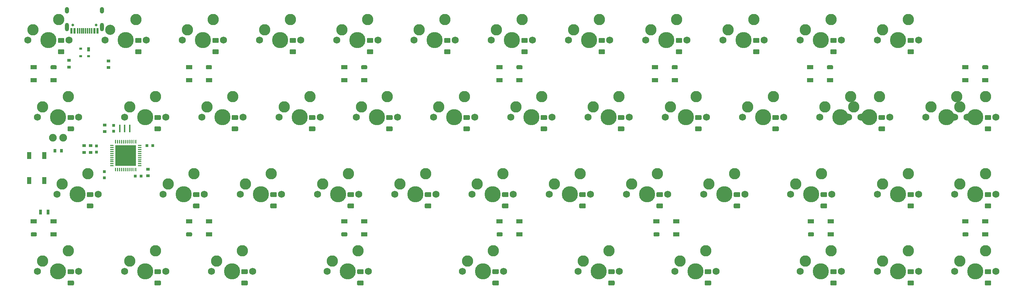
<source format=gbr>
%TF.GenerationSoftware,KiCad,Pcbnew,(5.1.11)-1*%
%TF.CreationDate,2022-08-16T19:25:20+07:00*%
%TF.ProjectId,Konpeko60,4b6f6e70-656b-46f3-9630-2e6b69636164,rev?*%
%TF.SameCoordinates,Original*%
%TF.FileFunction,Soldermask,Bot*%
%TF.FilePolarity,Negative*%
%FSLAX46Y46*%
G04 Gerber Fmt 4.6, Leading zero omitted, Abs format (unit mm)*
G04 Created by KiCad (PCBNEW (5.1.11)-1) date 2022-08-16 19:25:20*
%MOMM*%
%LPD*%
G01*
G04 APERTURE LIST*
%ADD10C,1.905000*%
%ADD11R,0.800000X0.950000*%
%ADD12C,2.800000*%
%ADD13C,1.750000*%
%ADD14C,3.987800*%
%ADD15R,0.700000X1.000000*%
%ADD16R,0.700000X0.600000*%
%ADD17R,0.600000X1.450000*%
%ADD18R,0.300000X1.450000*%
%ADD19C,0.650000*%
%ADD20O,1.000000X2.100000*%
%ADD21O,1.000000X1.600000*%
%ADD22R,0.950000X0.800000*%
%ADD23R,0.700000X1.300000*%
%ADD24R,1.100000X1.800000*%
%ADD25R,1.500000X1.000000*%
%ADD26C,2.500000*%
%ADD27R,0.400000X1.900000*%
%ADD28R,5.150000X5.150000*%
%ADD29R,0.800000X0.750000*%
%ADD30R,0.750000X0.800000*%
G04 APERTURE END LIST*
D10*
%TO.C,D16*%
X53657500Y-70564375D03*
X51117500Y-70564375D03*
%TD*%
D11*
%TO.C,R8*%
X53212500Y-73818750D03*
X51562500Y-73818750D03*
%TD*%
D12*
%TO.C,MX32*%
X254952500Y-60404375D03*
D13*
X257492500Y-65484375D03*
D12*
X248602500Y-62944375D03*
D14*
X252412500Y-65484375D03*
D13*
X247332500Y-65484375D03*
%TD*%
D15*
%TO.C,U2*%
X59896250Y-48730750D03*
D16*
X57896250Y-48530750D03*
X59896250Y-50430750D03*
X57896250Y-50430750D03*
%TD*%
D17*
%TO.C,USB1*%
X62121250Y-44175750D03*
X55671250Y-44175750D03*
X61346250Y-44175750D03*
X56446250Y-44175750D03*
D18*
X57146250Y-44175750D03*
X60646250Y-44175750D03*
X57646250Y-44175750D03*
X60146250Y-44175750D03*
X58146250Y-44175750D03*
X59646250Y-44175750D03*
X59146250Y-44175750D03*
X58646250Y-44175750D03*
D19*
X61786250Y-42730750D03*
X56006250Y-42730750D03*
D20*
X54576250Y-43260750D03*
X63216250Y-43260750D03*
D21*
X54576250Y-39080750D03*
X63216250Y-39080750D03*
%TD*%
D22*
%TO.C,R7*%
X64754125Y-51594250D03*
X64754125Y-53244250D03*
%TD*%
%TO.C,R6*%
X55038625Y-51467250D03*
X55038625Y-53117250D03*
%TD*%
D23*
%TO.C,R5*%
X49892625Y-88931750D03*
X47992625Y-88931750D03*
%TD*%
D22*
%TO.C,R2*%
X60350000Y-72575000D03*
X60350000Y-74225000D03*
%TD*%
%TO.C,R3*%
X58750000Y-74225000D03*
X58750000Y-72575000D03*
%TD*%
D24*
%TO.C,SW1*%
X45265625Y-74968750D03*
X48965625Y-81168750D03*
X48965625Y-74968750D03*
X45265625Y-81168750D03*
%TD*%
%TO.C,RGB17*%
G36*
G01*
X238806250Y-94218750D02*
X238806250Y-94718750D01*
G75*
G02*
X238556250Y-94968750I-250000J0D01*
G01*
X237556250Y-94968750D01*
G75*
G02*
X237306250Y-94718750I0J250000D01*
G01*
X237306250Y-94218750D01*
G75*
G02*
X237556250Y-93968750I250000J0D01*
G01*
X238556250Y-93968750D01*
G75*
G02*
X238806250Y-94218750I0J-250000D01*
G01*
G37*
D25*
X238056250Y-91268750D03*
X242956250Y-94468750D03*
X242956250Y-91268750D03*
%TD*%
%TO.C,RGB16*%
G36*
G01*
X276906250Y-94218750D02*
X276906250Y-94718750D01*
G75*
G02*
X276656250Y-94968750I-250000J0D01*
G01*
X275656250Y-94968750D01*
G75*
G02*
X275406250Y-94718750I0J250000D01*
G01*
X275406250Y-94218750D01*
G75*
G02*
X275656250Y-93968750I250000J0D01*
G01*
X276656250Y-93968750D01*
G75*
G02*
X276906250Y-94218750I0J-250000D01*
G01*
G37*
X276156250Y-91268750D03*
X281056250Y-94468750D03*
X281056250Y-91268750D03*
%TD*%
%TO.C,RGB15*%
G36*
G01*
X200706250Y-94218750D02*
X200706250Y-94718750D01*
G75*
G02*
X200456250Y-94968750I-250000J0D01*
G01*
X199456250Y-94968750D01*
G75*
G02*
X199206250Y-94718750I0J250000D01*
G01*
X199206250Y-94218750D01*
G75*
G02*
X199456250Y-93968750I250000J0D01*
G01*
X200456250Y-93968750D01*
G75*
G02*
X200706250Y-94218750I0J-250000D01*
G01*
G37*
X199956250Y-91268750D03*
X204856250Y-94468750D03*
X204856250Y-91268750D03*
%TD*%
%TO.C,RGB13*%
X166160625Y-91268750D03*
X166160625Y-94468750D03*
X161260625Y-91268750D03*
G36*
G01*
X162010625Y-94218750D02*
X162010625Y-94718750D01*
G75*
G02*
X161760625Y-94968750I-250000J0D01*
G01*
X160760625Y-94968750D01*
G75*
G02*
X160510625Y-94718750I0J250000D01*
G01*
X160510625Y-94218750D01*
G75*
G02*
X160760625Y-93968750I250000J0D01*
G01*
X161760625Y-93968750D01*
G75*
G02*
X162010625Y-94218750I0J-250000D01*
G01*
G37*
%TD*%
%TO.C,RGB12*%
G36*
G01*
X280305625Y-53418750D02*
X280305625Y-52918750D01*
G75*
G02*
X280555625Y-52668750I250000J0D01*
G01*
X281555625Y-52668750D01*
G75*
G02*
X281805625Y-52918750I0J-250000D01*
G01*
X281805625Y-53418750D01*
G75*
G02*
X281555625Y-53668750I-250000J0D01*
G01*
X280555625Y-53668750D01*
G75*
G02*
X280305625Y-53418750I0J250000D01*
G01*
G37*
X281055625Y-56368750D03*
X276155625Y-53168750D03*
X276155625Y-56368750D03*
%TD*%
%TO.C,RGB11*%
G36*
G01*
X123712292Y-94218750D02*
X123712292Y-94718750D01*
G75*
G02*
X123462292Y-94968750I-250000J0D01*
G01*
X122462292Y-94968750D01*
G75*
G02*
X122212292Y-94718750I0J250000D01*
G01*
X122212292Y-94218750D01*
G75*
G02*
X122462292Y-93968750I250000J0D01*
G01*
X123462292Y-93968750D01*
G75*
G02*
X123712292Y-94218750I0J-250000D01*
G01*
G37*
X122962292Y-91268750D03*
X127862292Y-94468750D03*
X127862292Y-91268750D03*
%TD*%
%TO.C,RGB10*%
G36*
G01*
X242007292Y-53418750D02*
X242007292Y-52918750D01*
G75*
G02*
X242257292Y-52668750I250000J0D01*
G01*
X243257292Y-52668750D01*
G75*
G02*
X243507292Y-52918750I0J-250000D01*
G01*
X243507292Y-53418750D01*
G75*
G02*
X243257292Y-53668750I-250000J0D01*
G01*
X242257292Y-53668750D01*
G75*
G02*
X242007292Y-53418750I0J250000D01*
G01*
G37*
X242757292Y-56368750D03*
X237857292Y-53168750D03*
X237857292Y-56368750D03*
%TD*%
%TO.C,RGB9*%
G36*
G01*
X85413958Y-94218750D02*
X85413958Y-94718750D01*
G75*
G02*
X85163958Y-94968750I-250000J0D01*
G01*
X84163958Y-94968750D01*
G75*
G02*
X83913958Y-94718750I0J250000D01*
G01*
X83913958Y-94218750D01*
G75*
G02*
X84163958Y-93968750I250000J0D01*
G01*
X85163958Y-93968750D01*
G75*
G02*
X85413958Y-94218750I0J-250000D01*
G01*
G37*
X84663958Y-91268750D03*
X89563958Y-94468750D03*
X89563958Y-91268750D03*
%TD*%
%TO.C,RGB8*%
G36*
G01*
X203708958Y-53418750D02*
X203708958Y-52918750D01*
G75*
G02*
X203958958Y-52668750I250000J0D01*
G01*
X204958958Y-52668750D01*
G75*
G02*
X205208958Y-52918750I0J-250000D01*
G01*
X205208958Y-53418750D01*
G75*
G02*
X204958958Y-53668750I-250000J0D01*
G01*
X203958958Y-53668750D01*
G75*
G02*
X203708958Y-53418750I0J250000D01*
G01*
G37*
X204458958Y-56368750D03*
X199558958Y-53168750D03*
X199558958Y-56368750D03*
%TD*%
%TO.C,RGB7*%
G36*
G01*
X47115625Y-94218750D02*
X47115625Y-94718750D01*
G75*
G02*
X46865625Y-94968750I-250000J0D01*
G01*
X45865625Y-94968750D01*
G75*
G02*
X45615625Y-94718750I0J250000D01*
G01*
X45615625Y-94218750D01*
G75*
G02*
X45865625Y-93968750I250000J0D01*
G01*
X46865625Y-93968750D01*
G75*
G02*
X47115625Y-94218750I0J-250000D01*
G01*
G37*
X46365625Y-91268750D03*
X51265625Y-94468750D03*
X51265625Y-91268750D03*
%TD*%
%TO.C,RGB6*%
G36*
G01*
X165410625Y-53418750D02*
X165410625Y-52918750D01*
G75*
G02*
X165660625Y-52668750I250000J0D01*
G01*
X166660625Y-52668750D01*
G75*
G02*
X166910625Y-52918750I0J-250000D01*
G01*
X166910625Y-53418750D01*
G75*
G02*
X166660625Y-53668750I-250000J0D01*
G01*
X165660625Y-53668750D01*
G75*
G02*
X165410625Y-53418750I0J250000D01*
G01*
G37*
X166160625Y-56368750D03*
X161260625Y-53168750D03*
X161260625Y-56368750D03*
%TD*%
%TO.C,RGB4*%
G36*
G01*
X127112292Y-53418750D02*
X127112292Y-52918750D01*
G75*
G02*
X127362292Y-52668750I250000J0D01*
G01*
X128362292Y-52668750D01*
G75*
G02*
X128612292Y-52918750I0J-250000D01*
G01*
X128612292Y-53418750D01*
G75*
G02*
X128362292Y-53668750I-250000J0D01*
G01*
X127362292Y-53668750D01*
G75*
G02*
X127112292Y-53418750I0J250000D01*
G01*
G37*
X127862292Y-56368750D03*
X122962292Y-53168750D03*
X122962292Y-56368750D03*
%TD*%
%TO.C,RGB2*%
G36*
G01*
X88813958Y-53418750D02*
X88813958Y-52918750D01*
G75*
G02*
X89063958Y-52668750I250000J0D01*
G01*
X90063958Y-52668750D01*
G75*
G02*
X90313958Y-52918750I0J-250000D01*
G01*
X90313958Y-53418750D01*
G75*
G02*
X90063958Y-53668750I-250000J0D01*
G01*
X89063958Y-53668750D01*
G75*
G02*
X88813958Y-53418750I0J250000D01*
G01*
G37*
X89563958Y-56368750D03*
X84663958Y-53168750D03*
X84663958Y-56368750D03*
%TD*%
%TO.C,RGB1*%
G36*
G01*
X50515625Y-53418750D02*
X50515625Y-52918750D01*
G75*
G02*
X50765625Y-52668750I250000J0D01*
G01*
X51765625Y-52668750D01*
G75*
G02*
X52015625Y-52918750I0J-250000D01*
G01*
X52015625Y-53418750D01*
G75*
G02*
X51765625Y-53668750I-250000J0D01*
G01*
X50765625Y-53668750D01*
G75*
G02*
X50515625Y-53418750I0J250000D01*
G01*
G37*
X51265625Y-56368750D03*
X46365625Y-53168750D03*
X46365625Y-56368750D03*
%TD*%
D12*
%TO.C,MX36*%
X281146250Y-60404375D03*
D13*
X283686250Y-65484375D03*
D12*
X274796250Y-62944375D03*
D14*
X278606250Y-65484375D03*
D13*
X273526250Y-65484375D03*
%TD*%
D12*
%TO.C,MX28*%
X212090000Y-98504375D03*
D13*
X214630000Y-103584375D03*
D12*
X205740000Y-101044375D03*
D14*
X209550000Y-103584375D03*
D13*
X204470000Y-103584375D03*
%TD*%
D12*
%TO.C,MX24*%
X188277500Y-98504375D03*
D13*
X190817500Y-103584375D03*
D12*
X181927500Y-101044375D03*
D14*
X185737500Y-103584375D03*
D13*
X180657500Y-103584375D03*
%TD*%
D12*
%TO.C,MX20*%
X159702500Y-98504375D03*
D13*
X162242500Y-103584375D03*
D12*
X153352500Y-101044375D03*
D14*
X157162500Y-103584375D03*
D13*
X152082500Y-103584375D03*
%TD*%
D12*
%TO.C,MX16*%
X126365000Y-98504375D03*
D13*
X128905000Y-103584375D03*
D12*
X120015000Y-101044375D03*
D14*
X123825000Y-103584375D03*
D13*
X118745000Y-103584375D03*
%TD*%
D12*
%TO.C,MX12*%
X97790000Y-98504375D03*
D13*
X100330000Y-103584375D03*
D12*
X91440000Y-101044375D03*
D14*
X95250000Y-103584375D03*
D13*
X90170000Y-103584375D03*
%TD*%
D12*
%TO.C,MX4*%
X54927500Y-98504375D03*
D13*
X57467500Y-103584375D03*
D12*
X48577500Y-101044375D03*
D14*
X52387500Y-103584375D03*
D13*
X47307500Y-103584375D03*
%TD*%
D12*
%TO.C,MX39*%
X240665000Y-79454375D03*
D13*
X243205000Y-84534375D03*
D12*
X234315000Y-81994375D03*
D14*
X238125000Y-84534375D03*
D13*
X233045000Y-84534375D03*
%TD*%
D12*
%TO.C,MX3*%
X59690000Y-79454375D03*
D13*
X62230000Y-84534375D03*
D12*
X53340000Y-81994375D03*
D14*
X57150000Y-84534375D03*
D13*
X52070000Y-84534375D03*
%TD*%
D12*
%TO.C,MX46*%
X274002500Y-60404375D03*
D13*
X276542500Y-65484375D03*
D12*
X267652500Y-62944375D03*
D14*
X271462500Y-65484375D03*
D13*
X266382500Y-65484375D03*
%TD*%
D12*
%TO.C,MX2*%
X54927500Y-60404375D03*
D13*
X57467500Y-65484375D03*
D12*
X48577500Y-62944375D03*
D14*
X52387500Y-65484375D03*
D13*
X47307500Y-65484375D03*
%TD*%
D12*
%TO.C,MX48*%
X281146250Y-98504375D03*
D13*
X283686250Y-103584375D03*
D12*
X274796250Y-101044375D03*
D14*
X278606250Y-103584375D03*
D13*
X273526250Y-103584375D03*
%TD*%
D12*
%TO.C,MX47*%
X281146250Y-79454375D03*
D13*
X283686250Y-84534375D03*
D12*
X274796250Y-81994375D03*
D14*
X278606250Y-84534375D03*
D13*
X273526250Y-84534375D03*
%TD*%
D12*
%TO.C,MX45*%
X262096250Y-41354375D03*
D13*
X264636250Y-46434375D03*
D12*
X255746250Y-43894375D03*
D14*
X259556250Y-46434375D03*
D13*
X254476250Y-46434375D03*
%TD*%
D12*
%TO.C,MX44*%
X262096250Y-98504375D03*
D13*
X264636250Y-103584375D03*
D12*
X255746250Y-101044375D03*
D14*
X259556250Y-103584375D03*
D13*
X254476250Y-103584375D03*
%TD*%
D12*
%TO.C,MX43*%
X262096250Y-79454375D03*
D13*
X264636250Y-84534375D03*
D12*
X255746250Y-81994375D03*
D14*
X259556250Y-84534375D03*
D13*
X254476250Y-84534375D03*
%TD*%
D12*
%TO.C,MX42*%
X247808750Y-60404375D03*
D13*
X250348750Y-65484375D03*
D12*
X241458750Y-62944375D03*
D14*
X245268750Y-65484375D03*
D13*
X240188750Y-65484375D03*
%TD*%
D12*
%TO.C,MX41*%
X243046250Y-41354375D03*
D13*
X245586250Y-46434375D03*
D12*
X236696250Y-43894375D03*
D14*
X240506250Y-46434375D03*
D13*
X235426250Y-46434375D03*
%TD*%
D12*
%TO.C,MX40*%
X243046250Y-98504375D03*
D13*
X245586250Y-103584375D03*
D12*
X236696250Y-101044375D03*
D14*
X240506250Y-103584375D03*
D13*
X235426250Y-103584375D03*
%TD*%
D12*
%TO.C,MX38*%
X228758750Y-60404375D03*
D13*
X231298750Y-65484375D03*
D12*
X222408750Y-62944375D03*
D14*
X226218750Y-65484375D03*
D13*
X221138750Y-65484375D03*
%TD*%
D12*
%TO.C,MX37*%
X223996250Y-41354375D03*
D13*
X226536250Y-46434375D03*
D12*
X217646250Y-43894375D03*
D14*
X221456250Y-46434375D03*
D13*
X216376250Y-46434375D03*
%TD*%
D12*
%TO.C,MX35*%
X219233750Y-79454375D03*
D13*
X221773750Y-84534375D03*
D12*
X212883750Y-81994375D03*
D14*
X216693750Y-84534375D03*
D13*
X211613750Y-84534375D03*
%TD*%
D12*
%TO.C,MX34*%
X209708750Y-60404375D03*
D13*
X212248750Y-65484375D03*
D12*
X203358750Y-62944375D03*
D14*
X207168750Y-65484375D03*
D13*
X202088750Y-65484375D03*
%TD*%
D12*
%TO.C,MX33*%
X204946250Y-41354375D03*
D13*
X207486250Y-46434375D03*
D12*
X198596250Y-43894375D03*
D14*
X202406250Y-46434375D03*
D13*
X197326250Y-46434375D03*
%TD*%
D12*
%TO.C,MX31*%
X200183750Y-79454375D03*
D13*
X202723750Y-84534375D03*
D12*
X193833750Y-81994375D03*
D14*
X197643750Y-84534375D03*
D13*
X192563750Y-84534375D03*
%TD*%
D12*
%TO.C,MX30*%
X190658750Y-60404375D03*
D13*
X193198750Y-65484375D03*
D12*
X184308750Y-62944375D03*
D14*
X188118750Y-65484375D03*
D13*
X183038750Y-65484375D03*
%TD*%
D12*
%TO.C,MX29*%
X185896250Y-41354375D03*
D13*
X188436250Y-46434375D03*
D12*
X179546250Y-43894375D03*
D14*
X183356250Y-46434375D03*
D13*
X178276250Y-46434375D03*
%TD*%
D12*
%TO.C,MX27*%
X181133750Y-79454375D03*
D13*
X183673750Y-84534375D03*
D12*
X174783750Y-81994375D03*
D14*
X178593750Y-84534375D03*
D13*
X173513750Y-84534375D03*
%TD*%
D12*
%TO.C,MX26*%
X171608750Y-60404375D03*
D13*
X174148750Y-65484375D03*
D12*
X165258750Y-62944375D03*
D14*
X169068750Y-65484375D03*
D13*
X163988750Y-65484375D03*
%TD*%
D12*
%TO.C,MX25*%
X166846250Y-41354375D03*
D13*
X169386250Y-46434375D03*
D12*
X160496250Y-43894375D03*
D14*
X164306250Y-46434375D03*
D13*
X159226250Y-46434375D03*
%TD*%
D12*
%TO.C,MX23*%
X162083750Y-79454375D03*
D13*
X164623750Y-84534375D03*
D12*
X155733750Y-81994375D03*
D14*
X159543750Y-84534375D03*
D13*
X154463750Y-84534375D03*
%TD*%
D12*
%TO.C,MX22*%
X152558750Y-60404375D03*
D13*
X155098750Y-65484375D03*
D12*
X146208750Y-62944375D03*
D14*
X150018750Y-65484375D03*
D13*
X144938750Y-65484375D03*
%TD*%
D12*
%TO.C,MX21*%
X147796250Y-41354375D03*
D13*
X150336250Y-46434375D03*
D12*
X141446250Y-43894375D03*
D14*
X145256250Y-46434375D03*
D13*
X140176250Y-46434375D03*
%TD*%
D12*
%TO.C,MX19*%
X143033750Y-79454375D03*
D13*
X145573750Y-84534375D03*
D12*
X136683750Y-81994375D03*
D14*
X140493750Y-84534375D03*
D13*
X135413750Y-84534375D03*
%TD*%
D12*
%TO.C,MX18*%
X133508750Y-60404375D03*
D13*
X136048750Y-65484375D03*
D12*
X127158750Y-62944375D03*
D14*
X130968750Y-65484375D03*
D13*
X125888750Y-65484375D03*
%TD*%
D12*
%TO.C,MX17*%
X128746250Y-41354375D03*
D13*
X131286250Y-46434375D03*
D12*
X122396250Y-43894375D03*
D14*
X126206250Y-46434375D03*
D13*
X121126250Y-46434375D03*
%TD*%
D12*
%TO.C,MX15*%
X123983750Y-79454375D03*
D13*
X126523750Y-84534375D03*
D12*
X117633750Y-81994375D03*
D14*
X121443750Y-84534375D03*
D13*
X116363750Y-84534375D03*
%TD*%
D12*
%TO.C,MX14*%
X114458750Y-60404375D03*
D13*
X116998750Y-65484375D03*
D12*
X108108750Y-62944375D03*
D14*
X111918750Y-65484375D03*
D13*
X106838750Y-65484375D03*
%TD*%
D12*
%TO.C,MX13*%
X109696250Y-41354375D03*
D13*
X112236250Y-46434375D03*
D12*
X103346250Y-43894375D03*
D14*
X107156250Y-46434375D03*
D13*
X102076250Y-46434375D03*
%TD*%
D12*
%TO.C,MX11*%
X104933750Y-79454375D03*
D13*
X107473750Y-84534375D03*
D12*
X98583750Y-81994375D03*
D14*
X102393750Y-84534375D03*
D13*
X97313750Y-84534375D03*
%TD*%
D12*
%TO.C,MX10*%
X95408750Y-60404375D03*
D13*
X97948750Y-65484375D03*
D12*
X89058750Y-62944375D03*
D14*
X92868750Y-65484375D03*
D13*
X87788750Y-65484375D03*
%TD*%
D12*
%TO.C,MX9*%
X90646250Y-41354375D03*
D13*
X93186250Y-46434375D03*
D12*
X84296250Y-43894375D03*
D14*
X88106250Y-46434375D03*
D13*
X83026250Y-46434375D03*
%TD*%
D12*
%TO.C,MX8*%
X76358750Y-98504375D03*
D13*
X78898750Y-103584375D03*
D12*
X70008750Y-101044375D03*
D14*
X73818750Y-103584375D03*
D13*
X68738750Y-103584375D03*
%TD*%
D12*
%TO.C,MX7*%
X85883750Y-79454375D03*
D13*
X88423750Y-84534375D03*
D12*
X79533750Y-81994375D03*
D14*
X83343750Y-84534375D03*
D13*
X78263750Y-84534375D03*
%TD*%
D12*
%TO.C,MX6*%
X76358750Y-60404375D03*
D13*
X78898750Y-65484375D03*
D12*
X70008750Y-62944375D03*
D14*
X73818750Y-65484375D03*
D13*
X68738750Y-65484375D03*
%TD*%
D12*
%TO.C,MX5*%
X71596250Y-41354375D03*
D13*
X74136250Y-46434375D03*
D26*
X65246250Y-43894375D03*
D14*
X69056250Y-46434375D03*
D13*
X63976250Y-46434375D03*
%TD*%
D12*
%TO.C,MX1*%
X52546250Y-41354375D03*
D13*
X55086250Y-46434375D03*
D12*
X46196250Y-43894375D03*
D14*
X50006250Y-46434375D03*
D13*
X44926250Y-46434375D03*
%TD*%
%TO.C,D48*%
G36*
G01*
X282265250Y-104284375D02*
X281145250Y-104284375D01*
G75*
G02*
X280905250Y-104044375I0J240000D01*
G01*
X280905250Y-103324375D01*
G75*
G02*
X281145250Y-103084375I240000J0D01*
G01*
X282265250Y-103084375D01*
G75*
G02*
X282505250Y-103324375I0J-240000D01*
G01*
X282505250Y-104044375D01*
G75*
G02*
X282265250Y-104284375I-240000J0D01*
G01*
G37*
G36*
G01*
X282265250Y-107084375D02*
X281145250Y-107084375D01*
G75*
G02*
X280905250Y-106844375I0J240000D01*
G01*
X280905250Y-106124375D01*
G75*
G02*
X281145250Y-105884375I240000J0D01*
G01*
X282265250Y-105884375D01*
G75*
G02*
X282505250Y-106124375I0J-240000D01*
G01*
X282505250Y-106844375D01*
G75*
G02*
X282265250Y-107084375I-240000J0D01*
G01*
G37*
%TD*%
%TO.C,D47*%
G36*
G01*
X282265250Y-85234375D02*
X281145250Y-85234375D01*
G75*
G02*
X280905250Y-84994375I0J240000D01*
G01*
X280905250Y-84274375D01*
G75*
G02*
X281145250Y-84034375I240000J0D01*
G01*
X282265250Y-84034375D01*
G75*
G02*
X282505250Y-84274375I0J-240000D01*
G01*
X282505250Y-84994375D01*
G75*
G02*
X282265250Y-85234375I-240000J0D01*
G01*
G37*
G36*
G01*
X282265250Y-88034375D02*
X281145250Y-88034375D01*
G75*
G02*
X280905250Y-87794375I0J240000D01*
G01*
X280905250Y-87074375D01*
G75*
G02*
X281145250Y-86834375I240000J0D01*
G01*
X282265250Y-86834375D01*
G75*
G02*
X282505250Y-87074375I0J-240000D01*
G01*
X282505250Y-87794375D01*
G75*
G02*
X282265250Y-88034375I-240000J0D01*
G01*
G37*
%TD*%
%TO.C,D46*%
G36*
G01*
X282265250Y-66184375D02*
X281145250Y-66184375D01*
G75*
G02*
X280905250Y-65944375I0J240000D01*
G01*
X280905250Y-65224375D01*
G75*
G02*
X281145250Y-64984375I240000J0D01*
G01*
X282265250Y-64984375D01*
G75*
G02*
X282505250Y-65224375I0J-240000D01*
G01*
X282505250Y-65944375D01*
G75*
G02*
X282265250Y-66184375I-240000J0D01*
G01*
G37*
G36*
G01*
X282265250Y-68984375D02*
X281145250Y-68984375D01*
G75*
G02*
X280905250Y-68744375I0J240000D01*
G01*
X280905250Y-68024375D01*
G75*
G02*
X281145250Y-67784375I240000J0D01*
G01*
X282265250Y-67784375D01*
G75*
G02*
X282505250Y-68024375I0J-240000D01*
G01*
X282505250Y-68744375D01*
G75*
G02*
X282265250Y-68984375I-240000J0D01*
G01*
G37*
%TD*%
%TO.C,D45*%
G36*
G01*
X263215250Y-47134375D02*
X262095250Y-47134375D01*
G75*
G02*
X261855250Y-46894375I0J240000D01*
G01*
X261855250Y-46174375D01*
G75*
G02*
X262095250Y-45934375I240000J0D01*
G01*
X263215250Y-45934375D01*
G75*
G02*
X263455250Y-46174375I0J-240000D01*
G01*
X263455250Y-46894375D01*
G75*
G02*
X263215250Y-47134375I-240000J0D01*
G01*
G37*
G36*
G01*
X263215250Y-49934375D02*
X262095250Y-49934375D01*
G75*
G02*
X261855250Y-49694375I0J240000D01*
G01*
X261855250Y-48974375D01*
G75*
G02*
X262095250Y-48734375I240000J0D01*
G01*
X263215250Y-48734375D01*
G75*
G02*
X263455250Y-48974375I0J-240000D01*
G01*
X263455250Y-49694375D01*
G75*
G02*
X263215250Y-49934375I-240000J0D01*
G01*
G37*
%TD*%
%TO.C,D44*%
G36*
G01*
X263215250Y-104284375D02*
X262095250Y-104284375D01*
G75*
G02*
X261855250Y-104044375I0J240000D01*
G01*
X261855250Y-103324375D01*
G75*
G02*
X262095250Y-103084375I240000J0D01*
G01*
X263215250Y-103084375D01*
G75*
G02*
X263455250Y-103324375I0J-240000D01*
G01*
X263455250Y-104044375D01*
G75*
G02*
X263215250Y-104284375I-240000J0D01*
G01*
G37*
G36*
G01*
X263215250Y-107084375D02*
X262095250Y-107084375D01*
G75*
G02*
X261855250Y-106844375I0J240000D01*
G01*
X261855250Y-106124375D01*
G75*
G02*
X262095250Y-105884375I240000J0D01*
G01*
X263215250Y-105884375D01*
G75*
G02*
X263455250Y-106124375I0J-240000D01*
G01*
X263455250Y-106844375D01*
G75*
G02*
X263215250Y-107084375I-240000J0D01*
G01*
G37*
%TD*%
%TO.C,D43*%
G36*
G01*
X263215250Y-85234375D02*
X262095250Y-85234375D01*
G75*
G02*
X261855250Y-84994375I0J240000D01*
G01*
X261855250Y-84274375D01*
G75*
G02*
X262095250Y-84034375I240000J0D01*
G01*
X263215250Y-84034375D01*
G75*
G02*
X263455250Y-84274375I0J-240000D01*
G01*
X263455250Y-84994375D01*
G75*
G02*
X263215250Y-85234375I-240000J0D01*
G01*
G37*
G36*
G01*
X263215250Y-88034375D02*
X262095250Y-88034375D01*
G75*
G02*
X261855250Y-87794375I0J240000D01*
G01*
X261855250Y-87074375D01*
G75*
G02*
X262095250Y-86834375I240000J0D01*
G01*
X263215250Y-86834375D01*
G75*
G02*
X263455250Y-87074375I0J-240000D01*
G01*
X263455250Y-87794375D01*
G75*
G02*
X263215250Y-88034375I-240000J0D01*
G01*
G37*
%TD*%
%TO.C,D42*%
G36*
G01*
X256071500Y-66184375D02*
X254951500Y-66184375D01*
G75*
G02*
X254711500Y-65944375I0J240000D01*
G01*
X254711500Y-65224375D01*
G75*
G02*
X254951500Y-64984375I240000J0D01*
G01*
X256071500Y-64984375D01*
G75*
G02*
X256311500Y-65224375I0J-240000D01*
G01*
X256311500Y-65944375D01*
G75*
G02*
X256071500Y-66184375I-240000J0D01*
G01*
G37*
G36*
G01*
X256071500Y-68984375D02*
X254951500Y-68984375D01*
G75*
G02*
X254711500Y-68744375I0J240000D01*
G01*
X254711500Y-68024375D01*
G75*
G02*
X254951500Y-67784375I240000J0D01*
G01*
X256071500Y-67784375D01*
G75*
G02*
X256311500Y-68024375I0J-240000D01*
G01*
X256311500Y-68744375D01*
G75*
G02*
X256071500Y-68984375I-240000J0D01*
G01*
G37*
%TD*%
%TO.C,D41*%
G36*
G01*
X244165250Y-47134375D02*
X243045250Y-47134375D01*
G75*
G02*
X242805250Y-46894375I0J240000D01*
G01*
X242805250Y-46174375D01*
G75*
G02*
X243045250Y-45934375I240000J0D01*
G01*
X244165250Y-45934375D01*
G75*
G02*
X244405250Y-46174375I0J-240000D01*
G01*
X244405250Y-46894375D01*
G75*
G02*
X244165250Y-47134375I-240000J0D01*
G01*
G37*
G36*
G01*
X244165250Y-49934375D02*
X243045250Y-49934375D01*
G75*
G02*
X242805250Y-49694375I0J240000D01*
G01*
X242805250Y-48974375D01*
G75*
G02*
X243045250Y-48734375I240000J0D01*
G01*
X244165250Y-48734375D01*
G75*
G02*
X244405250Y-48974375I0J-240000D01*
G01*
X244405250Y-49694375D01*
G75*
G02*
X244165250Y-49934375I-240000J0D01*
G01*
G37*
%TD*%
%TO.C,D40*%
G36*
G01*
X244165250Y-104284375D02*
X243045250Y-104284375D01*
G75*
G02*
X242805250Y-104044375I0J240000D01*
G01*
X242805250Y-103324375D01*
G75*
G02*
X243045250Y-103084375I240000J0D01*
G01*
X244165250Y-103084375D01*
G75*
G02*
X244405250Y-103324375I0J-240000D01*
G01*
X244405250Y-104044375D01*
G75*
G02*
X244165250Y-104284375I-240000J0D01*
G01*
G37*
G36*
G01*
X244165250Y-107084375D02*
X243045250Y-107084375D01*
G75*
G02*
X242805250Y-106844375I0J240000D01*
G01*
X242805250Y-106124375D01*
G75*
G02*
X243045250Y-105884375I240000J0D01*
G01*
X244165250Y-105884375D01*
G75*
G02*
X244405250Y-106124375I0J-240000D01*
G01*
X244405250Y-106844375D01*
G75*
G02*
X244165250Y-107084375I-240000J0D01*
G01*
G37*
%TD*%
%TO.C,D39*%
G36*
G01*
X241784000Y-85234375D02*
X240664000Y-85234375D01*
G75*
G02*
X240424000Y-84994375I0J240000D01*
G01*
X240424000Y-84274375D01*
G75*
G02*
X240664000Y-84034375I240000J0D01*
G01*
X241784000Y-84034375D01*
G75*
G02*
X242024000Y-84274375I0J-240000D01*
G01*
X242024000Y-84994375D01*
G75*
G02*
X241784000Y-85234375I-240000J0D01*
G01*
G37*
G36*
G01*
X241784000Y-88034375D02*
X240664000Y-88034375D01*
G75*
G02*
X240424000Y-87794375I0J240000D01*
G01*
X240424000Y-87074375D01*
G75*
G02*
X240664000Y-86834375I240000J0D01*
G01*
X241784000Y-86834375D01*
G75*
G02*
X242024000Y-87074375I0J-240000D01*
G01*
X242024000Y-87794375D01*
G75*
G02*
X241784000Y-88034375I-240000J0D01*
G01*
G37*
%TD*%
%TO.C,D38*%
G36*
G01*
X229877750Y-66184375D02*
X228757750Y-66184375D01*
G75*
G02*
X228517750Y-65944375I0J240000D01*
G01*
X228517750Y-65224375D01*
G75*
G02*
X228757750Y-64984375I240000J0D01*
G01*
X229877750Y-64984375D01*
G75*
G02*
X230117750Y-65224375I0J-240000D01*
G01*
X230117750Y-65944375D01*
G75*
G02*
X229877750Y-66184375I-240000J0D01*
G01*
G37*
G36*
G01*
X229877750Y-68984375D02*
X228757750Y-68984375D01*
G75*
G02*
X228517750Y-68744375I0J240000D01*
G01*
X228517750Y-68024375D01*
G75*
G02*
X228757750Y-67784375I240000J0D01*
G01*
X229877750Y-67784375D01*
G75*
G02*
X230117750Y-68024375I0J-240000D01*
G01*
X230117750Y-68744375D01*
G75*
G02*
X229877750Y-68984375I-240000J0D01*
G01*
G37*
%TD*%
%TO.C,D37*%
G36*
G01*
X225115250Y-47134375D02*
X223995250Y-47134375D01*
G75*
G02*
X223755250Y-46894375I0J240000D01*
G01*
X223755250Y-46174375D01*
G75*
G02*
X223995250Y-45934375I240000J0D01*
G01*
X225115250Y-45934375D01*
G75*
G02*
X225355250Y-46174375I0J-240000D01*
G01*
X225355250Y-46894375D01*
G75*
G02*
X225115250Y-47134375I-240000J0D01*
G01*
G37*
G36*
G01*
X225115250Y-49934375D02*
X223995250Y-49934375D01*
G75*
G02*
X223755250Y-49694375I0J240000D01*
G01*
X223755250Y-48974375D01*
G75*
G02*
X223995250Y-48734375I240000J0D01*
G01*
X225115250Y-48734375D01*
G75*
G02*
X225355250Y-48974375I0J-240000D01*
G01*
X225355250Y-49694375D01*
G75*
G02*
X225115250Y-49934375I-240000J0D01*
G01*
G37*
%TD*%
%TO.C,D35*%
G36*
G01*
X220352750Y-85234375D02*
X219232750Y-85234375D01*
G75*
G02*
X218992750Y-84994375I0J240000D01*
G01*
X218992750Y-84274375D01*
G75*
G02*
X219232750Y-84034375I240000J0D01*
G01*
X220352750Y-84034375D01*
G75*
G02*
X220592750Y-84274375I0J-240000D01*
G01*
X220592750Y-84994375D01*
G75*
G02*
X220352750Y-85234375I-240000J0D01*
G01*
G37*
G36*
G01*
X220352750Y-88034375D02*
X219232750Y-88034375D01*
G75*
G02*
X218992750Y-87794375I0J240000D01*
G01*
X218992750Y-87074375D01*
G75*
G02*
X219232750Y-86834375I240000J0D01*
G01*
X220352750Y-86834375D01*
G75*
G02*
X220592750Y-87074375I0J-240000D01*
G01*
X220592750Y-87794375D01*
G75*
G02*
X220352750Y-88034375I-240000J0D01*
G01*
G37*
%TD*%
%TO.C,D34*%
G36*
G01*
X210827750Y-66184375D02*
X209707750Y-66184375D01*
G75*
G02*
X209467750Y-65944375I0J240000D01*
G01*
X209467750Y-65224375D01*
G75*
G02*
X209707750Y-64984375I240000J0D01*
G01*
X210827750Y-64984375D01*
G75*
G02*
X211067750Y-65224375I0J-240000D01*
G01*
X211067750Y-65944375D01*
G75*
G02*
X210827750Y-66184375I-240000J0D01*
G01*
G37*
G36*
G01*
X210827750Y-68984375D02*
X209707750Y-68984375D01*
G75*
G02*
X209467750Y-68744375I0J240000D01*
G01*
X209467750Y-68024375D01*
G75*
G02*
X209707750Y-67784375I240000J0D01*
G01*
X210827750Y-67784375D01*
G75*
G02*
X211067750Y-68024375I0J-240000D01*
G01*
X211067750Y-68744375D01*
G75*
G02*
X210827750Y-68984375I-240000J0D01*
G01*
G37*
%TD*%
%TO.C,D33*%
G36*
G01*
X206065250Y-47134375D02*
X204945250Y-47134375D01*
G75*
G02*
X204705250Y-46894375I0J240000D01*
G01*
X204705250Y-46174375D01*
G75*
G02*
X204945250Y-45934375I240000J0D01*
G01*
X206065250Y-45934375D01*
G75*
G02*
X206305250Y-46174375I0J-240000D01*
G01*
X206305250Y-46894375D01*
G75*
G02*
X206065250Y-47134375I-240000J0D01*
G01*
G37*
G36*
G01*
X206065250Y-49934375D02*
X204945250Y-49934375D01*
G75*
G02*
X204705250Y-49694375I0J240000D01*
G01*
X204705250Y-48974375D01*
G75*
G02*
X204945250Y-48734375I240000J0D01*
G01*
X206065250Y-48734375D01*
G75*
G02*
X206305250Y-48974375I0J-240000D01*
G01*
X206305250Y-49694375D01*
G75*
G02*
X206065250Y-49934375I-240000J0D01*
G01*
G37*
%TD*%
%TO.C,D32*%
G36*
G01*
X213209000Y-104284375D02*
X212089000Y-104284375D01*
G75*
G02*
X211849000Y-104044375I0J240000D01*
G01*
X211849000Y-103324375D01*
G75*
G02*
X212089000Y-103084375I240000J0D01*
G01*
X213209000Y-103084375D01*
G75*
G02*
X213449000Y-103324375I0J-240000D01*
G01*
X213449000Y-104044375D01*
G75*
G02*
X213209000Y-104284375I-240000J0D01*
G01*
G37*
G36*
G01*
X213209000Y-107084375D02*
X212089000Y-107084375D01*
G75*
G02*
X211849000Y-106844375I0J240000D01*
G01*
X211849000Y-106124375D01*
G75*
G02*
X212089000Y-105884375I240000J0D01*
G01*
X213209000Y-105884375D01*
G75*
G02*
X213449000Y-106124375I0J-240000D01*
G01*
X213449000Y-106844375D01*
G75*
G02*
X213209000Y-107084375I-240000J0D01*
G01*
G37*
%TD*%
%TO.C,D31*%
G36*
G01*
X201302750Y-85234375D02*
X200182750Y-85234375D01*
G75*
G02*
X199942750Y-84994375I0J240000D01*
G01*
X199942750Y-84274375D01*
G75*
G02*
X200182750Y-84034375I240000J0D01*
G01*
X201302750Y-84034375D01*
G75*
G02*
X201542750Y-84274375I0J-240000D01*
G01*
X201542750Y-84994375D01*
G75*
G02*
X201302750Y-85234375I-240000J0D01*
G01*
G37*
G36*
G01*
X201302750Y-88034375D02*
X200182750Y-88034375D01*
G75*
G02*
X199942750Y-87794375I0J240000D01*
G01*
X199942750Y-87074375D01*
G75*
G02*
X200182750Y-86834375I240000J0D01*
G01*
X201302750Y-86834375D01*
G75*
G02*
X201542750Y-87074375I0J-240000D01*
G01*
X201542750Y-87794375D01*
G75*
G02*
X201302750Y-88034375I-240000J0D01*
G01*
G37*
%TD*%
%TO.C,D30*%
G36*
G01*
X191777750Y-66184375D02*
X190657750Y-66184375D01*
G75*
G02*
X190417750Y-65944375I0J240000D01*
G01*
X190417750Y-65224375D01*
G75*
G02*
X190657750Y-64984375I240000J0D01*
G01*
X191777750Y-64984375D01*
G75*
G02*
X192017750Y-65224375I0J-240000D01*
G01*
X192017750Y-65944375D01*
G75*
G02*
X191777750Y-66184375I-240000J0D01*
G01*
G37*
G36*
G01*
X191777750Y-68984375D02*
X190657750Y-68984375D01*
G75*
G02*
X190417750Y-68744375I0J240000D01*
G01*
X190417750Y-68024375D01*
G75*
G02*
X190657750Y-67784375I240000J0D01*
G01*
X191777750Y-67784375D01*
G75*
G02*
X192017750Y-68024375I0J-240000D01*
G01*
X192017750Y-68744375D01*
G75*
G02*
X191777750Y-68984375I-240000J0D01*
G01*
G37*
%TD*%
%TO.C,D29*%
G36*
G01*
X187015250Y-47134375D02*
X185895250Y-47134375D01*
G75*
G02*
X185655250Y-46894375I0J240000D01*
G01*
X185655250Y-46174375D01*
G75*
G02*
X185895250Y-45934375I240000J0D01*
G01*
X187015250Y-45934375D01*
G75*
G02*
X187255250Y-46174375I0J-240000D01*
G01*
X187255250Y-46894375D01*
G75*
G02*
X187015250Y-47134375I-240000J0D01*
G01*
G37*
G36*
G01*
X187015250Y-49934375D02*
X185895250Y-49934375D01*
G75*
G02*
X185655250Y-49694375I0J240000D01*
G01*
X185655250Y-48974375D01*
G75*
G02*
X185895250Y-48734375I240000J0D01*
G01*
X187015250Y-48734375D01*
G75*
G02*
X187255250Y-48974375I0J-240000D01*
G01*
X187255250Y-49694375D01*
G75*
G02*
X187015250Y-49934375I-240000J0D01*
G01*
G37*
%TD*%
%TO.C,D28*%
G36*
G01*
X189396500Y-104284375D02*
X188276500Y-104284375D01*
G75*
G02*
X188036500Y-104044375I0J240000D01*
G01*
X188036500Y-103324375D01*
G75*
G02*
X188276500Y-103084375I240000J0D01*
G01*
X189396500Y-103084375D01*
G75*
G02*
X189636500Y-103324375I0J-240000D01*
G01*
X189636500Y-104044375D01*
G75*
G02*
X189396500Y-104284375I-240000J0D01*
G01*
G37*
G36*
G01*
X189396500Y-107084375D02*
X188276500Y-107084375D01*
G75*
G02*
X188036500Y-106844375I0J240000D01*
G01*
X188036500Y-106124375D01*
G75*
G02*
X188276500Y-105884375I240000J0D01*
G01*
X189396500Y-105884375D01*
G75*
G02*
X189636500Y-106124375I0J-240000D01*
G01*
X189636500Y-106844375D01*
G75*
G02*
X189396500Y-107084375I-240000J0D01*
G01*
G37*
%TD*%
%TO.C,D27*%
G36*
G01*
X182252750Y-85234375D02*
X181132750Y-85234375D01*
G75*
G02*
X180892750Y-84994375I0J240000D01*
G01*
X180892750Y-84274375D01*
G75*
G02*
X181132750Y-84034375I240000J0D01*
G01*
X182252750Y-84034375D01*
G75*
G02*
X182492750Y-84274375I0J-240000D01*
G01*
X182492750Y-84994375D01*
G75*
G02*
X182252750Y-85234375I-240000J0D01*
G01*
G37*
G36*
G01*
X182252750Y-88034375D02*
X181132750Y-88034375D01*
G75*
G02*
X180892750Y-87794375I0J240000D01*
G01*
X180892750Y-87074375D01*
G75*
G02*
X181132750Y-86834375I240000J0D01*
G01*
X182252750Y-86834375D01*
G75*
G02*
X182492750Y-87074375I0J-240000D01*
G01*
X182492750Y-87794375D01*
G75*
G02*
X182252750Y-88034375I-240000J0D01*
G01*
G37*
%TD*%
%TO.C,D26*%
G36*
G01*
X172727750Y-66184375D02*
X171607750Y-66184375D01*
G75*
G02*
X171367750Y-65944375I0J240000D01*
G01*
X171367750Y-65224375D01*
G75*
G02*
X171607750Y-64984375I240000J0D01*
G01*
X172727750Y-64984375D01*
G75*
G02*
X172967750Y-65224375I0J-240000D01*
G01*
X172967750Y-65944375D01*
G75*
G02*
X172727750Y-66184375I-240000J0D01*
G01*
G37*
G36*
G01*
X172727750Y-68984375D02*
X171607750Y-68984375D01*
G75*
G02*
X171367750Y-68744375I0J240000D01*
G01*
X171367750Y-68024375D01*
G75*
G02*
X171607750Y-67784375I240000J0D01*
G01*
X172727750Y-67784375D01*
G75*
G02*
X172967750Y-68024375I0J-240000D01*
G01*
X172967750Y-68744375D01*
G75*
G02*
X172727750Y-68984375I-240000J0D01*
G01*
G37*
%TD*%
%TO.C,D25*%
G36*
G01*
X167965250Y-47134375D02*
X166845250Y-47134375D01*
G75*
G02*
X166605250Y-46894375I0J240000D01*
G01*
X166605250Y-46174375D01*
G75*
G02*
X166845250Y-45934375I240000J0D01*
G01*
X167965250Y-45934375D01*
G75*
G02*
X168205250Y-46174375I0J-240000D01*
G01*
X168205250Y-46894375D01*
G75*
G02*
X167965250Y-47134375I-240000J0D01*
G01*
G37*
G36*
G01*
X167965250Y-49934375D02*
X166845250Y-49934375D01*
G75*
G02*
X166605250Y-49694375I0J240000D01*
G01*
X166605250Y-48974375D01*
G75*
G02*
X166845250Y-48734375I240000J0D01*
G01*
X167965250Y-48734375D01*
G75*
G02*
X168205250Y-48974375I0J-240000D01*
G01*
X168205250Y-49694375D01*
G75*
G02*
X167965250Y-49934375I-240000J0D01*
G01*
G37*
%TD*%
%TO.C,D24*%
G36*
G01*
X160821500Y-104284375D02*
X159701500Y-104284375D01*
G75*
G02*
X159461500Y-104044375I0J240000D01*
G01*
X159461500Y-103324375D01*
G75*
G02*
X159701500Y-103084375I240000J0D01*
G01*
X160821500Y-103084375D01*
G75*
G02*
X161061500Y-103324375I0J-240000D01*
G01*
X161061500Y-104044375D01*
G75*
G02*
X160821500Y-104284375I-240000J0D01*
G01*
G37*
G36*
G01*
X160821500Y-107084375D02*
X159701500Y-107084375D01*
G75*
G02*
X159461500Y-106844375I0J240000D01*
G01*
X159461500Y-106124375D01*
G75*
G02*
X159701500Y-105884375I240000J0D01*
G01*
X160821500Y-105884375D01*
G75*
G02*
X161061500Y-106124375I0J-240000D01*
G01*
X161061500Y-106844375D01*
G75*
G02*
X160821500Y-107084375I-240000J0D01*
G01*
G37*
%TD*%
%TO.C,D23*%
G36*
G01*
X163202750Y-85234375D02*
X162082750Y-85234375D01*
G75*
G02*
X161842750Y-84994375I0J240000D01*
G01*
X161842750Y-84274375D01*
G75*
G02*
X162082750Y-84034375I240000J0D01*
G01*
X163202750Y-84034375D01*
G75*
G02*
X163442750Y-84274375I0J-240000D01*
G01*
X163442750Y-84994375D01*
G75*
G02*
X163202750Y-85234375I-240000J0D01*
G01*
G37*
G36*
G01*
X163202750Y-88034375D02*
X162082750Y-88034375D01*
G75*
G02*
X161842750Y-87794375I0J240000D01*
G01*
X161842750Y-87074375D01*
G75*
G02*
X162082750Y-86834375I240000J0D01*
G01*
X163202750Y-86834375D01*
G75*
G02*
X163442750Y-87074375I0J-240000D01*
G01*
X163442750Y-87794375D01*
G75*
G02*
X163202750Y-88034375I-240000J0D01*
G01*
G37*
%TD*%
%TO.C,D22*%
G36*
G01*
X153677750Y-66184375D02*
X152557750Y-66184375D01*
G75*
G02*
X152317750Y-65944375I0J240000D01*
G01*
X152317750Y-65224375D01*
G75*
G02*
X152557750Y-64984375I240000J0D01*
G01*
X153677750Y-64984375D01*
G75*
G02*
X153917750Y-65224375I0J-240000D01*
G01*
X153917750Y-65944375D01*
G75*
G02*
X153677750Y-66184375I-240000J0D01*
G01*
G37*
G36*
G01*
X153677750Y-68984375D02*
X152557750Y-68984375D01*
G75*
G02*
X152317750Y-68744375I0J240000D01*
G01*
X152317750Y-68024375D01*
G75*
G02*
X152557750Y-67784375I240000J0D01*
G01*
X153677750Y-67784375D01*
G75*
G02*
X153917750Y-68024375I0J-240000D01*
G01*
X153917750Y-68744375D01*
G75*
G02*
X153677750Y-68984375I-240000J0D01*
G01*
G37*
%TD*%
%TO.C,D21*%
G36*
G01*
X148915250Y-47134375D02*
X147795250Y-47134375D01*
G75*
G02*
X147555250Y-46894375I0J240000D01*
G01*
X147555250Y-46174375D01*
G75*
G02*
X147795250Y-45934375I240000J0D01*
G01*
X148915250Y-45934375D01*
G75*
G02*
X149155250Y-46174375I0J-240000D01*
G01*
X149155250Y-46894375D01*
G75*
G02*
X148915250Y-47134375I-240000J0D01*
G01*
G37*
G36*
G01*
X148915250Y-49934375D02*
X147795250Y-49934375D01*
G75*
G02*
X147555250Y-49694375I0J240000D01*
G01*
X147555250Y-48974375D01*
G75*
G02*
X147795250Y-48734375I240000J0D01*
G01*
X148915250Y-48734375D01*
G75*
G02*
X149155250Y-48974375I0J-240000D01*
G01*
X149155250Y-49694375D01*
G75*
G02*
X148915250Y-49934375I-240000J0D01*
G01*
G37*
%TD*%
%TO.C,D20*%
G36*
G01*
X127484000Y-104284375D02*
X126364000Y-104284375D01*
G75*
G02*
X126124000Y-104044375I0J240000D01*
G01*
X126124000Y-103324375D01*
G75*
G02*
X126364000Y-103084375I240000J0D01*
G01*
X127484000Y-103084375D01*
G75*
G02*
X127724000Y-103324375I0J-240000D01*
G01*
X127724000Y-104044375D01*
G75*
G02*
X127484000Y-104284375I-240000J0D01*
G01*
G37*
G36*
G01*
X127484000Y-107084375D02*
X126364000Y-107084375D01*
G75*
G02*
X126124000Y-106844375I0J240000D01*
G01*
X126124000Y-106124375D01*
G75*
G02*
X126364000Y-105884375I240000J0D01*
G01*
X127484000Y-105884375D01*
G75*
G02*
X127724000Y-106124375I0J-240000D01*
G01*
X127724000Y-106844375D01*
G75*
G02*
X127484000Y-107084375I-240000J0D01*
G01*
G37*
%TD*%
%TO.C,D19*%
G36*
G01*
X144152750Y-85234375D02*
X143032750Y-85234375D01*
G75*
G02*
X142792750Y-84994375I0J240000D01*
G01*
X142792750Y-84274375D01*
G75*
G02*
X143032750Y-84034375I240000J0D01*
G01*
X144152750Y-84034375D01*
G75*
G02*
X144392750Y-84274375I0J-240000D01*
G01*
X144392750Y-84994375D01*
G75*
G02*
X144152750Y-85234375I-240000J0D01*
G01*
G37*
G36*
G01*
X144152750Y-88034375D02*
X143032750Y-88034375D01*
G75*
G02*
X142792750Y-87794375I0J240000D01*
G01*
X142792750Y-87074375D01*
G75*
G02*
X143032750Y-86834375I240000J0D01*
G01*
X144152750Y-86834375D01*
G75*
G02*
X144392750Y-87074375I0J-240000D01*
G01*
X144392750Y-87794375D01*
G75*
G02*
X144152750Y-88034375I-240000J0D01*
G01*
G37*
%TD*%
%TO.C,D18*%
G36*
G01*
X134627750Y-66184375D02*
X133507750Y-66184375D01*
G75*
G02*
X133267750Y-65944375I0J240000D01*
G01*
X133267750Y-65224375D01*
G75*
G02*
X133507750Y-64984375I240000J0D01*
G01*
X134627750Y-64984375D01*
G75*
G02*
X134867750Y-65224375I0J-240000D01*
G01*
X134867750Y-65944375D01*
G75*
G02*
X134627750Y-66184375I-240000J0D01*
G01*
G37*
G36*
G01*
X134627750Y-68984375D02*
X133507750Y-68984375D01*
G75*
G02*
X133267750Y-68744375I0J240000D01*
G01*
X133267750Y-68024375D01*
G75*
G02*
X133507750Y-67784375I240000J0D01*
G01*
X134627750Y-67784375D01*
G75*
G02*
X134867750Y-68024375I0J-240000D01*
G01*
X134867750Y-68744375D01*
G75*
G02*
X134627750Y-68984375I-240000J0D01*
G01*
G37*
%TD*%
%TO.C,D17*%
G36*
G01*
X129865250Y-47134375D02*
X128745250Y-47134375D01*
G75*
G02*
X128505250Y-46894375I0J240000D01*
G01*
X128505250Y-46174375D01*
G75*
G02*
X128745250Y-45934375I240000J0D01*
G01*
X129865250Y-45934375D01*
G75*
G02*
X130105250Y-46174375I0J-240000D01*
G01*
X130105250Y-46894375D01*
G75*
G02*
X129865250Y-47134375I-240000J0D01*
G01*
G37*
G36*
G01*
X129865250Y-49934375D02*
X128745250Y-49934375D01*
G75*
G02*
X128505250Y-49694375I0J240000D01*
G01*
X128505250Y-48974375D01*
G75*
G02*
X128745250Y-48734375I240000J0D01*
G01*
X129865250Y-48734375D01*
G75*
G02*
X130105250Y-48974375I0J-240000D01*
G01*
X130105250Y-49694375D01*
G75*
G02*
X129865250Y-49934375I-240000J0D01*
G01*
G37*
%TD*%
%TO.C,D15*%
G36*
G01*
X125102750Y-85234375D02*
X123982750Y-85234375D01*
G75*
G02*
X123742750Y-84994375I0J240000D01*
G01*
X123742750Y-84274375D01*
G75*
G02*
X123982750Y-84034375I240000J0D01*
G01*
X125102750Y-84034375D01*
G75*
G02*
X125342750Y-84274375I0J-240000D01*
G01*
X125342750Y-84994375D01*
G75*
G02*
X125102750Y-85234375I-240000J0D01*
G01*
G37*
G36*
G01*
X125102750Y-88034375D02*
X123982750Y-88034375D01*
G75*
G02*
X123742750Y-87794375I0J240000D01*
G01*
X123742750Y-87074375D01*
G75*
G02*
X123982750Y-86834375I240000J0D01*
G01*
X125102750Y-86834375D01*
G75*
G02*
X125342750Y-87074375I0J-240000D01*
G01*
X125342750Y-87794375D01*
G75*
G02*
X125102750Y-88034375I-240000J0D01*
G01*
G37*
%TD*%
%TO.C,D14*%
G36*
G01*
X115577750Y-66184375D02*
X114457750Y-66184375D01*
G75*
G02*
X114217750Y-65944375I0J240000D01*
G01*
X114217750Y-65224375D01*
G75*
G02*
X114457750Y-64984375I240000J0D01*
G01*
X115577750Y-64984375D01*
G75*
G02*
X115817750Y-65224375I0J-240000D01*
G01*
X115817750Y-65944375D01*
G75*
G02*
X115577750Y-66184375I-240000J0D01*
G01*
G37*
G36*
G01*
X115577750Y-68984375D02*
X114457750Y-68984375D01*
G75*
G02*
X114217750Y-68744375I0J240000D01*
G01*
X114217750Y-68024375D01*
G75*
G02*
X114457750Y-67784375I240000J0D01*
G01*
X115577750Y-67784375D01*
G75*
G02*
X115817750Y-68024375I0J-240000D01*
G01*
X115817750Y-68744375D01*
G75*
G02*
X115577750Y-68984375I-240000J0D01*
G01*
G37*
%TD*%
%TO.C,D13*%
G36*
G01*
X110815250Y-47134375D02*
X109695250Y-47134375D01*
G75*
G02*
X109455250Y-46894375I0J240000D01*
G01*
X109455250Y-46174375D01*
G75*
G02*
X109695250Y-45934375I240000J0D01*
G01*
X110815250Y-45934375D01*
G75*
G02*
X111055250Y-46174375I0J-240000D01*
G01*
X111055250Y-46894375D01*
G75*
G02*
X110815250Y-47134375I-240000J0D01*
G01*
G37*
G36*
G01*
X110815250Y-49934375D02*
X109695250Y-49934375D01*
G75*
G02*
X109455250Y-49694375I0J240000D01*
G01*
X109455250Y-48974375D01*
G75*
G02*
X109695250Y-48734375I240000J0D01*
G01*
X110815250Y-48734375D01*
G75*
G02*
X111055250Y-48974375I0J-240000D01*
G01*
X111055250Y-49694375D01*
G75*
G02*
X110815250Y-49934375I-240000J0D01*
G01*
G37*
%TD*%
%TO.C,D12*%
G36*
G01*
X98909000Y-104284375D02*
X97789000Y-104284375D01*
G75*
G02*
X97549000Y-104044375I0J240000D01*
G01*
X97549000Y-103324375D01*
G75*
G02*
X97789000Y-103084375I240000J0D01*
G01*
X98909000Y-103084375D01*
G75*
G02*
X99149000Y-103324375I0J-240000D01*
G01*
X99149000Y-104044375D01*
G75*
G02*
X98909000Y-104284375I-240000J0D01*
G01*
G37*
G36*
G01*
X98909000Y-107084375D02*
X97789000Y-107084375D01*
G75*
G02*
X97549000Y-106844375I0J240000D01*
G01*
X97549000Y-106124375D01*
G75*
G02*
X97789000Y-105884375I240000J0D01*
G01*
X98909000Y-105884375D01*
G75*
G02*
X99149000Y-106124375I0J-240000D01*
G01*
X99149000Y-106844375D01*
G75*
G02*
X98909000Y-107084375I-240000J0D01*
G01*
G37*
%TD*%
%TO.C,D11*%
G36*
G01*
X106052750Y-85234375D02*
X104932750Y-85234375D01*
G75*
G02*
X104692750Y-84994375I0J240000D01*
G01*
X104692750Y-84274375D01*
G75*
G02*
X104932750Y-84034375I240000J0D01*
G01*
X106052750Y-84034375D01*
G75*
G02*
X106292750Y-84274375I0J-240000D01*
G01*
X106292750Y-84994375D01*
G75*
G02*
X106052750Y-85234375I-240000J0D01*
G01*
G37*
G36*
G01*
X106052750Y-88034375D02*
X104932750Y-88034375D01*
G75*
G02*
X104692750Y-87794375I0J240000D01*
G01*
X104692750Y-87074375D01*
G75*
G02*
X104932750Y-86834375I240000J0D01*
G01*
X106052750Y-86834375D01*
G75*
G02*
X106292750Y-87074375I0J-240000D01*
G01*
X106292750Y-87794375D01*
G75*
G02*
X106052750Y-88034375I-240000J0D01*
G01*
G37*
%TD*%
%TO.C,D10*%
G36*
G01*
X96527750Y-66184375D02*
X95407750Y-66184375D01*
G75*
G02*
X95167750Y-65944375I0J240000D01*
G01*
X95167750Y-65224375D01*
G75*
G02*
X95407750Y-64984375I240000J0D01*
G01*
X96527750Y-64984375D01*
G75*
G02*
X96767750Y-65224375I0J-240000D01*
G01*
X96767750Y-65944375D01*
G75*
G02*
X96527750Y-66184375I-240000J0D01*
G01*
G37*
G36*
G01*
X96527750Y-68984375D02*
X95407750Y-68984375D01*
G75*
G02*
X95167750Y-68744375I0J240000D01*
G01*
X95167750Y-68024375D01*
G75*
G02*
X95407750Y-67784375I240000J0D01*
G01*
X96527750Y-67784375D01*
G75*
G02*
X96767750Y-68024375I0J-240000D01*
G01*
X96767750Y-68744375D01*
G75*
G02*
X96527750Y-68984375I-240000J0D01*
G01*
G37*
%TD*%
%TO.C,D9*%
G36*
G01*
X91765250Y-47134375D02*
X90645250Y-47134375D01*
G75*
G02*
X90405250Y-46894375I0J240000D01*
G01*
X90405250Y-46174375D01*
G75*
G02*
X90645250Y-45934375I240000J0D01*
G01*
X91765250Y-45934375D01*
G75*
G02*
X92005250Y-46174375I0J-240000D01*
G01*
X92005250Y-46894375D01*
G75*
G02*
X91765250Y-47134375I-240000J0D01*
G01*
G37*
G36*
G01*
X91765250Y-49934375D02*
X90645250Y-49934375D01*
G75*
G02*
X90405250Y-49694375I0J240000D01*
G01*
X90405250Y-48974375D01*
G75*
G02*
X90645250Y-48734375I240000J0D01*
G01*
X91765250Y-48734375D01*
G75*
G02*
X92005250Y-48974375I0J-240000D01*
G01*
X92005250Y-49694375D01*
G75*
G02*
X91765250Y-49934375I-240000J0D01*
G01*
G37*
%TD*%
%TO.C,D8*%
G36*
G01*
X77477750Y-104284375D02*
X76357750Y-104284375D01*
G75*
G02*
X76117750Y-104044375I0J240000D01*
G01*
X76117750Y-103324375D01*
G75*
G02*
X76357750Y-103084375I240000J0D01*
G01*
X77477750Y-103084375D01*
G75*
G02*
X77717750Y-103324375I0J-240000D01*
G01*
X77717750Y-104044375D01*
G75*
G02*
X77477750Y-104284375I-240000J0D01*
G01*
G37*
G36*
G01*
X77477750Y-107084375D02*
X76357750Y-107084375D01*
G75*
G02*
X76117750Y-106844375I0J240000D01*
G01*
X76117750Y-106124375D01*
G75*
G02*
X76357750Y-105884375I240000J0D01*
G01*
X77477750Y-105884375D01*
G75*
G02*
X77717750Y-106124375I0J-240000D01*
G01*
X77717750Y-106844375D01*
G75*
G02*
X77477750Y-107084375I-240000J0D01*
G01*
G37*
%TD*%
%TO.C,D7*%
G36*
G01*
X87002750Y-85234375D02*
X85882750Y-85234375D01*
G75*
G02*
X85642750Y-84994375I0J240000D01*
G01*
X85642750Y-84274375D01*
G75*
G02*
X85882750Y-84034375I240000J0D01*
G01*
X87002750Y-84034375D01*
G75*
G02*
X87242750Y-84274375I0J-240000D01*
G01*
X87242750Y-84994375D01*
G75*
G02*
X87002750Y-85234375I-240000J0D01*
G01*
G37*
G36*
G01*
X87002750Y-88034375D02*
X85882750Y-88034375D01*
G75*
G02*
X85642750Y-87794375I0J240000D01*
G01*
X85642750Y-87074375D01*
G75*
G02*
X85882750Y-86834375I240000J0D01*
G01*
X87002750Y-86834375D01*
G75*
G02*
X87242750Y-87074375I0J-240000D01*
G01*
X87242750Y-87794375D01*
G75*
G02*
X87002750Y-88034375I-240000J0D01*
G01*
G37*
%TD*%
%TO.C,D6*%
G36*
G01*
X77477750Y-66184375D02*
X76357750Y-66184375D01*
G75*
G02*
X76117750Y-65944375I0J240000D01*
G01*
X76117750Y-65224375D01*
G75*
G02*
X76357750Y-64984375I240000J0D01*
G01*
X77477750Y-64984375D01*
G75*
G02*
X77717750Y-65224375I0J-240000D01*
G01*
X77717750Y-65944375D01*
G75*
G02*
X77477750Y-66184375I-240000J0D01*
G01*
G37*
G36*
G01*
X77477750Y-68984375D02*
X76357750Y-68984375D01*
G75*
G02*
X76117750Y-68744375I0J240000D01*
G01*
X76117750Y-68024375D01*
G75*
G02*
X76357750Y-67784375I240000J0D01*
G01*
X77477750Y-67784375D01*
G75*
G02*
X77717750Y-68024375I0J-240000D01*
G01*
X77717750Y-68744375D01*
G75*
G02*
X77477750Y-68984375I-240000J0D01*
G01*
G37*
%TD*%
%TO.C,D5*%
G36*
G01*
X72715250Y-47134375D02*
X71595250Y-47134375D01*
G75*
G02*
X71355250Y-46894375I0J240000D01*
G01*
X71355250Y-46174375D01*
G75*
G02*
X71595250Y-45934375I240000J0D01*
G01*
X72715250Y-45934375D01*
G75*
G02*
X72955250Y-46174375I0J-240000D01*
G01*
X72955250Y-46894375D01*
G75*
G02*
X72715250Y-47134375I-240000J0D01*
G01*
G37*
G36*
G01*
X72715250Y-49934375D02*
X71595250Y-49934375D01*
G75*
G02*
X71355250Y-49694375I0J240000D01*
G01*
X71355250Y-48974375D01*
G75*
G02*
X71595250Y-48734375I240000J0D01*
G01*
X72715250Y-48734375D01*
G75*
G02*
X72955250Y-48974375I0J-240000D01*
G01*
X72955250Y-49694375D01*
G75*
G02*
X72715250Y-49934375I-240000J0D01*
G01*
G37*
%TD*%
%TO.C,D4*%
G36*
G01*
X56046500Y-104284375D02*
X54926500Y-104284375D01*
G75*
G02*
X54686500Y-104044375I0J240000D01*
G01*
X54686500Y-103324375D01*
G75*
G02*
X54926500Y-103084375I240000J0D01*
G01*
X56046500Y-103084375D01*
G75*
G02*
X56286500Y-103324375I0J-240000D01*
G01*
X56286500Y-104044375D01*
G75*
G02*
X56046500Y-104284375I-240000J0D01*
G01*
G37*
G36*
G01*
X56046500Y-107084375D02*
X54926500Y-107084375D01*
G75*
G02*
X54686500Y-106844375I0J240000D01*
G01*
X54686500Y-106124375D01*
G75*
G02*
X54926500Y-105884375I240000J0D01*
G01*
X56046500Y-105884375D01*
G75*
G02*
X56286500Y-106124375I0J-240000D01*
G01*
X56286500Y-106844375D01*
G75*
G02*
X56046500Y-107084375I-240000J0D01*
G01*
G37*
%TD*%
%TO.C,D3*%
G36*
G01*
X60809000Y-85234375D02*
X59689000Y-85234375D01*
G75*
G02*
X59449000Y-84994375I0J240000D01*
G01*
X59449000Y-84274375D01*
G75*
G02*
X59689000Y-84034375I240000J0D01*
G01*
X60809000Y-84034375D01*
G75*
G02*
X61049000Y-84274375I0J-240000D01*
G01*
X61049000Y-84994375D01*
G75*
G02*
X60809000Y-85234375I-240000J0D01*
G01*
G37*
G36*
G01*
X60809000Y-88034375D02*
X59689000Y-88034375D01*
G75*
G02*
X59449000Y-87794375I0J240000D01*
G01*
X59449000Y-87074375D01*
G75*
G02*
X59689000Y-86834375I240000J0D01*
G01*
X60809000Y-86834375D01*
G75*
G02*
X61049000Y-87074375I0J-240000D01*
G01*
X61049000Y-87794375D01*
G75*
G02*
X60809000Y-88034375I-240000J0D01*
G01*
G37*
%TD*%
%TO.C,D2*%
G36*
G01*
X56046500Y-66184375D02*
X54926500Y-66184375D01*
G75*
G02*
X54686500Y-65944375I0J240000D01*
G01*
X54686500Y-65224375D01*
G75*
G02*
X54926500Y-64984375I240000J0D01*
G01*
X56046500Y-64984375D01*
G75*
G02*
X56286500Y-65224375I0J-240000D01*
G01*
X56286500Y-65944375D01*
G75*
G02*
X56046500Y-66184375I-240000J0D01*
G01*
G37*
G36*
G01*
X56046500Y-68984375D02*
X54926500Y-68984375D01*
G75*
G02*
X54686500Y-68744375I0J240000D01*
G01*
X54686500Y-68024375D01*
G75*
G02*
X54926500Y-67784375I240000J0D01*
G01*
X56046500Y-67784375D01*
G75*
G02*
X56286500Y-68024375I0J-240000D01*
G01*
X56286500Y-68744375D01*
G75*
G02*
X56046500Y-68984375I-240000J0D01*
G01*
G37*
%TD*%
%TO.C,D1*%
G36*
G01*
X53665250Y-47134375D02*
X52545250Y-47134375D01*
G75*
G02*
X52305250Y-46894375I0J240000D01*
G01*
X52305250Y-46174375D01*
G75*
G02*
X52545250Y-45934375I240000J0D01*
G01*
X53665250Y-45934375D01*
G75*
G02*
X53905250Y-46174375I0J-240000D01*
G01*
X53905250Y-46894375D01*
G75*
G02*
X53665250Y-47134375I-240000J0D01*
G01*
G37*
G36*
G01*
X53665250Y-49934375D02*
X52545250Y-49934375D01*
G75*
G02*
X52305250Y-49694375I0J240000D01*
G01*
X52305250Y-48974375D01*
G75*
G02*
X52545250Y-48734375I240000J0D01*
G01*
X53665250Y-48734375D01*
G75*
G02*
X53905250Y-48974375I0J-240000D01*
G01*
X53905250Y-49694375D01*
G75*
G02*
X53665250Y-49934375I-240000J0D01*
G01*
G37*
%TD*%
D27*
%TO.C,Y1*%
X67606250Y-68259375D03*
X68806250Y-68259375D03*
X70006250Y-68259375D03*
%TD*%
D28*
%TO.C,U1*%
X69056250Y-75009375D03*
G36*
G01*
X66431250Y-78821875D02*
X66431250Y-78071875D01*
G75*
G02*
X66493750Y-78009375I62500J0D01*
G01*
X66618750Y-78009375D01*
G75*
G02*
X66681250Y-78071875I0J-62500D01*
G01*
X66681250Y-78821875D01*
G75*
G02*
X66618750Y-78884375I-62500J0D01*
G01*
X66493750Y-78884375D01*
G75*
G02*
X66431250Y-78821875I0J62500D01*
G01*
G37*
G36*
G01*
X66931250Y-78821875D02*
X66931250Y-78071875D01*
G75*
G02*
X66993750Y-78009375I62500J0D01*
G01*
X67118750Y-78009375D01*
G75*
G02*
X67181250Y-78071875I0J-62500D01*
G01*
X67181250Y-78821875D01*
G75*
G02*
X67118750Y-78884375I-62500J0D01*
G01*
X66993750Y-78884375D01*
G75*
G02*
X66931250Y-78821875I0J62500D01*
G01*
G37*
G36*
G01*
X67431250Y-78821875D02*
X67431250Y-78071875D01*
G75*
G02*
X67493750Y-78009375I62500J0D01*
G01*
X67618750Y-78009375D01*
G75*
G02*
X67681250Y-78071875I0J-62500D01*
G01*
X67681250Y-78821875D01*
G75*
G02*
X67618750Y-78884375I-62500J0D01*
G01*
X67493750Y-78884375D01*
G75*
G02*
X67431250Y-78821875I0J62500D01*
G01*
G37*
G36*
G01*
X67931250Y-78821875D02*
X67931250Y-78071875D01*
G75*
G02*
X67993750Y-78009375I62500J0D01*
G01*
X68118750Y-78009375D01*
G75*
G02*
X68181250Y-78071875I0J-62500D01*
G01*
X68181250Y-78821875D01*
G75*
G02*
X68118750Y-78884375I-62500J0D01*
G01*
X67993750Y-78884375D01*
G75*
G02*
X67931250Y-78821875I0J62500D01*
G01*
G37*
G36*
G01*
X68431250Y-78821875D02*
X68431250Y-78071875D01*
G75*
G02*
X68493750Y-78009375I62500J0D01*
G01*
X68618750Y-78009375D01*
G75*
G02*
X68681250Y-78071875I0J-62500D01*
G01*
X68681250Y-78821875D01*
G75*
G02*
X68618750Y-78884375I-62500J0D01*
G01*
X68493750Y-78884375D01*
G75*
G02*
X68431250Y-78821875I0J62500D01*
G01*
G37*
G36*
G01*
X68931250Y-78821875D02*
X68931250Y-78071875D01*
G75*
G02*
X68993750Y-78009375I62500J0D01*
G01*
X69118750Y-78009375D01*
G75*
G02*
X69181250Y-78071875I0J-62500D01*
G01*
X69181250Y-78821875D01*
G75*
G02*
X69118750Y-78884375I-62500J0D01*
G01*
X68993750Y-78884375D01*
G75*
G02*
X68931250Y-78821875I0J62500D01*
G01*
G37*
G36*
G01*
X69431250Y-78821875D02*
X69431250Y-78071875D01*
G75*
G02*
X69493750Y-78009375I62500J0D01*
G01*
X69618750Y-78009375D01*
G75*
G02*
X69681250Y-78071875I0J-62500D01*
G01*
X69681250Y-78821875D01*
G75*
G02*
X69618750Y-78884375I-62500J0D01*
G01*
X69493750Y-78884375D01*
G75*
G02*
X69431250Y-78821875I0J62500D01*
G01*
G37*
G36*
G01*
X69931250Y-78821875D02*
X69931250Y-78071875D01*
G75*
G02*
X69993750Y-78009375I62500J0D01*
G01*
X70118750Y-78009375D01*
G75*
G02*
X70181250Y-78071875I0J-62500D01*
G01*
X70181250Y-78821875D01*
G75*
G02*
X70118750Y-78884375I-62500J0D01*
G01*
X69993750Y-78884375D01*
G75*
G02*
X69931250Y-78821875I0J62500D01*
G01*
G37*
G36*
G01*
X70431250Y-78821875D02*
X70431250Y-78071875D01*
G75*
G02*
X70493750Y-78009375I62500J0D01*
G01*
X70618750Y-78009375D01*
G75*
G02*
X70681250Y-78071875I0J-62500D01*
G01*
X70681250Y-78821875D01*
G75*
G02*
X70618750Y-78884375I-62500J0D01*
G01*
X70493750Y-78884375D01*
G75*
G02*
X70431250Y-78821875I0J62500D01*
G01*
G37*
G36*
G01*
X70931250Y-78821875D02*
X70931250Y-78071875D01*
G75*
G02*
X70993750Y-78009375I62500J0D01*
G01*
X71118750Y-78009375D01*
G75*
G02*
X71181250Y-78071875I0J-62500D01*
G01*
X71181250Y-78821875D01*
G75*
G02*
X71118750Y-78884375I-62500J0D01*
G01*
X70993750Y-78884375D01*
G75*
G02*
X70931250Y-78821875I0J62500D01*
G01*
G37*
G36*
G01*
X71431250Y-78821875D02*
X71431250Y-78071875D01*
G75*
G02*
X71493750Y-78009375I62500J0D01*
G01*
X71618750Y-78009375D01*
G75*
G02*
X71681250Y-78071875I0J-62500D01*
G01*
X71681250Y-78821875D01*
G75*
G02*
X71618750Y-78884375I-62500J0D01*
G01*
X71493750Y-78884375D01*
G75*
G02*
X71431250Y-78821875I0J62500D01*
G01*
G37*
G36*
G01*
X72056250Y-77571875D02*
X72056250Y-77446875D01*
G75*
G02*
X72118750Y-77384375I62500J0D01*
G01*
X72868750Y-77384375D01*
G75*
G02*
X72931250Y-77446875I0J-62500D01*
G01*
X72931250Y-77571875D01*
G75*
G02*
X72868750Y-77634375I-62500J0D01*
G01*
X72118750Y-77634375D01*
G75*
G02*
X72056250Y-77571875I0J62500D01*
G01*
G37*
G36*
G01*
X72056250Y-77071875D02*
X72056250Y-76946875D01*
G75*
G02*
X72118750Y-76884375I62500J0D01*
G01*
X72868750Y-76884375D01*
G75*
G02*
X72931250Y-76946875I0J-62500D01*
G01*
X72931250Y-77071875D01*
G75*
G02*
X72868750Y-77134375I-62500J0D01*
G01*
X72118750Y-77134375D01*
G75*
G02*
X72056250Y-77071875I0J62500D01*
G01*
G37*
G36*
G01*
X72056250Y-76571875D02*
X72056250Y-76446875D01*
G75*
G02*
X72118750Y-76384375I62500J0D01*
G01*
X72868750Y-76384375D01*
G75*
G02*
X72931250Y-76446875I0J-62500D01*
G01*
X72931250Y-76571875D01*
G75*
G02*
X72868750Y-76634375I-62500J0D01*
G01*
X72118750Y-76634375D01*
G75*
G02*
X72056250Y-76571875I0J62500D01*
G01*
G37*
G36*
G01*
X72056250Y-76071875D02*
X72056250Y-75946875D01*
G75*
G02*
X72118750Y-75884375I62500J0D01*
G01*
X72868750Y-75884375D01*
G75*
G02*
X72931250Y-75946875I0J-62500D01*
G01*
X72931250Y-76071875D01*
G75*
G02*
X72868750Y-76134375I-62500J0D01*
G01*
X72118750Y-76134375D01*
G75*
G02*
X72056250Y-76071875I0J62500D01*
G01*
G37*
G36*
G01*
X72056250Y-75571875D02*
X72056250Y-75446875D01*
G75*
G02*
X72118750Y-75384375I62500J0D01*
G01*
X72868750Y-75384375D01*
G75*
G02*
X72931250Y-75446875I0J-62500D01*
G01*
X72931250Y-75571875D01*
G75*
G02*
X72868750Y-75634375I-62500J0D01*
G01*
X72118750Y-75634375D01*
G75*
G02*
X72056250Y-75571875I0J62500D01*
G01*
G37*
G36*
G01*
X72056250Y-75071875D02*
X72056250Y-74946875D01*
G75*
G02*
X72118750Y-74884375I62500J0D01*
G01*
X72868750Y-74884375D01*
G75*
G02*
X72931250Y-74946875I0J-62500D01*
G01*
X72931250Y-75071875D01*
G75*
G02*
X72868750Y-75134375I-62500J0D01*
G01*
X72118750Y-75134375D01*
G75*
G02*
X72056250Y-75071875I0J62500D01*
G01*
G37*
G36*
G01*
X72056250Y-74571875D02*
X72056250Y-74446875D01*
G75*
G02*
X72118750Y-74384375I62500J0D01*
G01*
X72868750Y-74384375D01*
G75*
G02*
X72931250Y-74446875I0J-62500D01*
G01*
X72931250Y-74571875D01*
G75*
G02*
X72868750Y-74634375I-62500J0D01*
G01*
X72118750Y-74634375D01*
G75*
G02*
X72056250Y-74571875I0J62500D01*
G01*
G37*
G36*
G01*
X72056250Y-74071875D02*
X72056250Y-73946875D01*
G75*
G02*
X72118750Y-73884375I62500J0D01*
G01*
X72868750Y-73884375D01*
G75*
G02*
X72931250Y-73946875I0J-62500D01*
G01*
X72931250Y-74071875D01*
G75*
G02*
X72868750Y-74134375I-62500J0D01*
G01*
X72118750Y-74134375D01*
G75*
G02*
X72056250Y-74071875I0J62500D01*
G01*
G37*
G36*
G01*
X72056250Y-73571875D02*
X72056250Y-73446875D01*
G75*
G02*
X72118750Y-73384375I62500J0D01*
G01*
X72868750Y-73384375D01*
G75*
G02*
X72931250Y-73446875I0J-62500D01*
G01*
X72931250Y-73571875D01*
G75*
G02*
X72868750Y-73634375I-62500J0D01*
G01*
X72118750Y-73634375D01*
G75*
G02*
X72056250Y-73571875I0J62500D01*
G01*
G37*
G36*
G01*
X72056250Y-73071875D02*
X72056250Y-72946875D01*
G75*
G02*
X72118750Y-72884375I62500J0D01*
G01*
X72868750Y-72884375D01*
G75*
G02*
X72931250Y-72946875I0J-62500D01*
G01*
X72931250Y-73071875D01*
G75*
G02*
X72868750Y-73134375I-62500J0D01*
G01*
X72118750Y-73134375D01*
G75*
G02*
X72056250Y-73071875I0J62500D01*
G01*
G37*
G36*
G01*
X72056250Y-72571875D02*
X72056250Y-72446875D01*
G75*
G02*
X72118750Y-72384375I62500J0D01*
G01*
X72868750Y-72384375D01*
G75*
G02*
X72931250Y-72446875I0J-62500D01*
G01*
X72931250Y-72571875D01*
G75*
G02*
X72868750Y-72634375I-62500J0D01*
G01*
X72118750Y-72634375D01*
G75*
G02*
X72056250Y-72571875I0J62500D01*
G01*
G37*
G36*
G01*
X71431250Y-71946875D02*
X71431250Y-71196875D01*
G75*
G02*
X71493750Y-71134375I62500J0D01*
G01*
X71618750Y-71134375D01*
G75*
G02*
X71681250Y-71196875I0J-62500D01*
G01*
X71681250Y-71946875D01*
G75*
G02*
X71618750Y-72009375I-62500J0D01*
G01*
X71493750Y-72009375D01*
G75*
G02*
X71431250Y-71946875I0J62500D01*
G01*
G37*
G36*
G01*
X70931250Y-71946875D02*
X70931250Y-71196875D01*
G75*
G02*
X70993750Y-71134375I62500J0D01*
G01*
X71118750Y-71134375D01*
G75*
G02*
X71181250Y-71196875I0J-62500D01*
G01*
X71181250Y-71946875D01*
G75*
G02*
X71118750Y-72009375I-62500J0D01*
G01*
X70993750Y-72009375D01*
G75*
G02*
X70931250Y-71946875I0J62500D01*
G01*
G37*
G36*
G01*
X70431250Y-71946875D02*
X70431250Y-71196875D01*
G75*
G02*
X70493750Y-71134375I62500J0D01*
G01*
X70618750Y-71134375D01*
G75*
G02*
X70681250Y-71196875I0J-62500D01*
G01*
X70681250Y-71946875D01*
G75*
G02*
X70618750Y-72009375I-62500J0D01*
G01*
X70493750Y-72009375D01*
G75*
G02*
X70431250Y-71946875I0J62500D01*
G01*
G37*
G36*
G01*
X69931250Y-71946875D02*
X69931250Y-71196875D01*
G75*
G02*
X69993750Y-71134375I62500J0D01*
G01*
X70118750Y-71134375D01*
G75*
G02*
X70181250Y-71196875I0J-62500D01*
G01*
X70181250Y-71946875D01*
G75*
G02*
X70118750Y-72009375I-62500J0D01*
G01*
X69993750Y-72009375D01*
G75*
G02*
X69931250Y-71946875I0J62500D01*
G01*
G37*
G36*
G01*
X69431250Y-71946875D02*
X69431250Y-71196875D01*
G75*
G02*
X69493750Y-71134375I62500J0D01*
G01*
X69618750Y-71134375D01*
G75*
G02*
X69681250Y-71196875I0J-62500D01*
G01*
X69681250Y-71946875D01*
G75*
G02*
X69618750Y-72009375I-62500J0D01*
G01*
X69493750Y-72009375D01*
G75*
G02*
X69431250Y-71946875I0J62500D01*
G01*
G37*
G36*
G01*
X68931250Y-71946875D02*
X68931250Y-71196875D01*
G75*
G02*
X68993750Y-71134375I62500J0D01*
G01*
X69118750Y-71134375D01*
G75*
G02*
X69181250Y-71196875I0J-62500D01*
G01*
X69181250Y-71946875D01*
G75*
G02*
X69118750Y-72009375I-62500J0D01*
G01*
X68993750Y-72009375D01*
G75*
G02*
X68931250Y-71946875I0J62500D01*
G01*
G37*
G36*
G01*
X68431250Y-71946875D02*
X68431250Y-71196875D01*
G75*
G02*
X68493750Y-71134375I62500J0D01*
G01*
X68618750Y-71134375D01*
G75*
G02*
X68681250Y-71196875I0J-62500D01*
G01*
X68681250Y-71946875D01*
G75*
G02*
X68618750Y-72009375I-62500J0D01*
G01*
X68493750Y-72009375D01*
G75*
G02*
X68431250Y-71946875I0J62500D01*
G01*
G37*
G36*
G01*
X67931250Y-71946875D02*
X67931250Y-71196875D01*
G75*
G02*
X67993750Y-71134375I62500J0D01*
G01*
X68118750Y-71134375D01*
G75*
G02*
X68181250Y-71196875I0J-62500D01*
G01*
X68181250Y-71946875D01*
G75*
G02*
X68118750Y-72009375I-62500J0D01*
G01*
X67993750Y-72009375D01*
G75*
G02*
X67931250Y-71946875I0J62500D01*
G01*
G37*
G36*
G01*
X67431250Y-71946875D02*
X67431250Y-71196875D01*
G75*
G02*
X67493750Y-71134375I62500J0D01*
G01*
X67618750Y-71134375D01*
G75*
G02*
X67681250Y-71196875I0J-62500D01*
G01*
X67681250Y-71946875D01*
G75*
G02*
X67618750Y-72009375I-62500J0D01*
G01*
X67493750Y-72009375D01*
G75*
G02*
X67431250Y-71946875I0J62500D01*
G01*
G37*
G36*
G01*
X66931250Y-71946875D02*
X66931250Y-71196875D01*
G75*
G02*
X66993750Y-71134375I62500J0D01*
G01*
X67118750Y-71134375D01*
G75*
G02*
X67181250Y-71196875I0J-62500D01*
G01*
X67181250Y-71946875D01*
G75*
G02*
X67118750Y-72009375I-62500J0D01*
G01*
X66993750Y-72009375D01*
G75*
G02*
X66931250Y-71946875I0J62500D01*
G01*
G37*
G36*
G01*
X66431250Y-71946875D02*
X66431250Y-71196875D01*
G75*
G02*
X66493750Y-71134375I62500J0D01*
G01*
X66618750Y-71134375D01*
G75*
G02*
X66681250Y-71196875I0J-62500D01*
G01*
X66681250Y-71946875D01*
G75*
G02*
X66618750Y-72009375I-62500J0D01*
G01*
X66493750Y-72009375D01*
G75*
G02*
X66431250Y-71946875I0J62500D01*
G01*
G37*
G36*
G01*
X65181250Y-72571875D02*
X65181250Y-72446875D01*
G75*
G02*
X65243750Y-72384375I62500J0D01*
G01*
X65993750Y-72384375D01*
G75*
G02*
X66056250Y-72446875I0J-62500D01*
G01*
X66056250Y-72571875D01*
G75*
G02*
X65993750Y-72634375I-62500J0D01*
G01*
X65243750Y-72634375D01*
G75*
G02*
X65181250Y-72571875I0J62500D01*
G01*
G37*
G36*
G01*
X65181250Y-73071875D02*
X65181250Y-72946875D01*
G75*
G02*
X65243750Y-72884375I62500J0D01*
G01*
X65993750Y-72884375D01*
G75*
G02*
X66056250Y-72946875I0J-62500D01*
G01*
X66056250Y-73071875D01*
G75*
G02*
X65993750Y-73134375I-62500J0D01*
G01*
X65243750Y-73134375D01*
G75*
G02*
X65181250Y-73071875I0J62500D01*
G01*
G37*
G36*
G01*
X65181250Y-73571875D02*
X65181250Y-73446875D01*
G75*
G02*
X65243750Y-73384375I62500J0D01*
G01*
X65993750Y-73384375D01*
G75*
G02*
X66056250Y-73446875I0J-62500D01*
G01*
X66056250Y-73571875D01*
G75*
G02*
X65993750Y-73634375I-62500J0D01*
G01*
X65243750Y-73634375D01*
G75*
G02*
X65181250Y-73571875I0J62500D01*
G01*
G37*
G36*
G01*
X65181250Y-74071875D02*
X65181250Y-73946875D01*
G75*
G02*
X65243750Y-73884375I62500J0D01*
G01*
X65993750Y-73884375D01*
G75*
G02*
X66056250Y-73946875I0J-62500D01*
G01*
X66056250Y-74071875D01*
G75*
G02*
X65993750Y-74134375I-62500J0D01*
G01*
X65243750Y-74134375D01*
G75*
G02*
X65181250Y-74071875I0J62500D01*
G01*
G37*
G36*
G01*
X65181250Y-74571875D02*
X65181250Y-74446875D01*
G75*
G02*
X65243750Y-74384375I62500J0D01*
G01*
X65993750Y-74384375D01*
G75*
G02*
X66056250Y-74446875I0J-62500D01*
G01*
X66056250Y-74571875D01*
G75*
G02*
X65993750Y-74634375I-62500J0D01*
G01*
X65243750Y-74634375D01*
G75*
G02*
X65181250Y-74571875I0J62500D01*
G01*
G37*
G36*
G01*
X65181250Y-75071875D02*
X65181250Y-74946875D01*
G75*
G02*
X65243750Y-74884375I62500J0D01*
G01*
X65993750Y-74884375D01*
G75*
G02*
X66056250Y-74946875I0J-62500D01*
G01*
X66056250Y-75071875D01*
G75*
G02*
X65993750Y-75134375I-62500J0D01*
G01*
X65243750Y-75134375D01*
G75*
G02*
X65181250Y-75071875I0J62500D01*
G01*
G37*
G36*
G01*
X65181250Y-75571875D02*
X65181250Y-75446875D01*
G75*
G02*
X65243750Y-75384375I62500J0D01*
G01*
X65993750Y-75384375D01*
G75*
G02*
X66056250Y-75446875I0J-62500D01*
G01*
X66056250Y-75571875D01*
G75*
G02*
X65993750Y-75634375I-62500J0D01*
G01*
X65243750Y-75634375D01*
G75*
G02*
X65181250Y-75571875I0J62500D01*
G01*
G37*
G36*
G01*
X65181250Y-76071875D02*
X65181250Y-75946875D01*
G75*
G02*
X65243750Y-75884375I62500J0D01*
G01*
X65993750Y-75884375D01*
G75*
G02*
X66056250Y-75946875I0J-62500D01*
G01*
X66056250Y-76071875D01*
G75*
G02*
X65993750Y-76134375I-62500J0D01*
G01*
X65243750Y-76134375D01*
G75*
G02*
X65181250Y-76071875I0J62500D01*
G01*
G37*
G36*
G01*
X65181250Y-76571875D02*
X65181250Y-76446875D01*
G75*
G02*
X65243750Y-76384375I62500J0D01*
G01*
X65993750Y-76384375D01*
G75*
G02*
X66056250Y-76446875I0J-62500D01*
G01*
X66056250Y-76571875D01*
G75*
G02*
X65993750Y-76634375I-62500J0D01*
G01*
X65243750Y-76634375D01*
G75*
G02*
X65181250Y-76571875I0J62500D01*
G01*
G37*
G36*
G01*
X65181250Y-77071875D02*
X65181250Y-76946875D01*
G75*
G02*
X65243750Y-76884375I62500J0D01*
G01*
X65993750Y-76884375D01*
G75*
G02*
X66056250Y-76946875I0J-62500D01*
G01*
X66056250Y-77071875D01*
G75*
G02*
X65993750Y-77134375I-62500J0D01*
G01*
X65243750Y-77134375D01*
G75*
G02*
X65181250Y-77071875I0J62500D01*
G01*
G37*
G36*
G01*
X65181250Y-77571875D02*
X65181250Y-77446875D01*
G75*
G02*
X65243750Y-77384375I62500J0D01*
G01*
X65993750Y-77384375D01*
G75*
G02*
X66056250Y-77446875I0J-62500D01*
G01*
X66056250Y-77571875D01*
G75*
G02*
X65993750Y-77634375I-62500J0D01*
G01*
X65243750Y-77634375D01*
G75*
G02*
X65181250Y-77571875I0J62500D01*
G01*
G37*
%TD*%
D22*
%TO.C,R4*%
X63856250Y-67434375D03*
X63856250Y-69084375D03*
%TD*%
%TO.C,R1*%
X74556250Y-78359375D03*
X74556250Y-80009375D03*
%TD*%
D29*
%TO.C,C5*%
X74256250Y-72534375D03*
X75756250Y-72534375D03*
%TD*%
%TO.C,C4*%
X72856250Y-80034375D03*
X71356250Y-80034375D03*
%TD*%
D30*
%TO.C,C3*%
X66056250Y-69009375D03*
X66056250Y-67509375D03*
%TD*%
%TO.C,C2*%
X63806250Y-79009375D03*
X63806250Y-80509375D03*
%TD*%
%TO.C,C1*%
X61850000Y-72650000D03*
X61850000Y-74150000D03*
%TD*%
M02*

</source>
